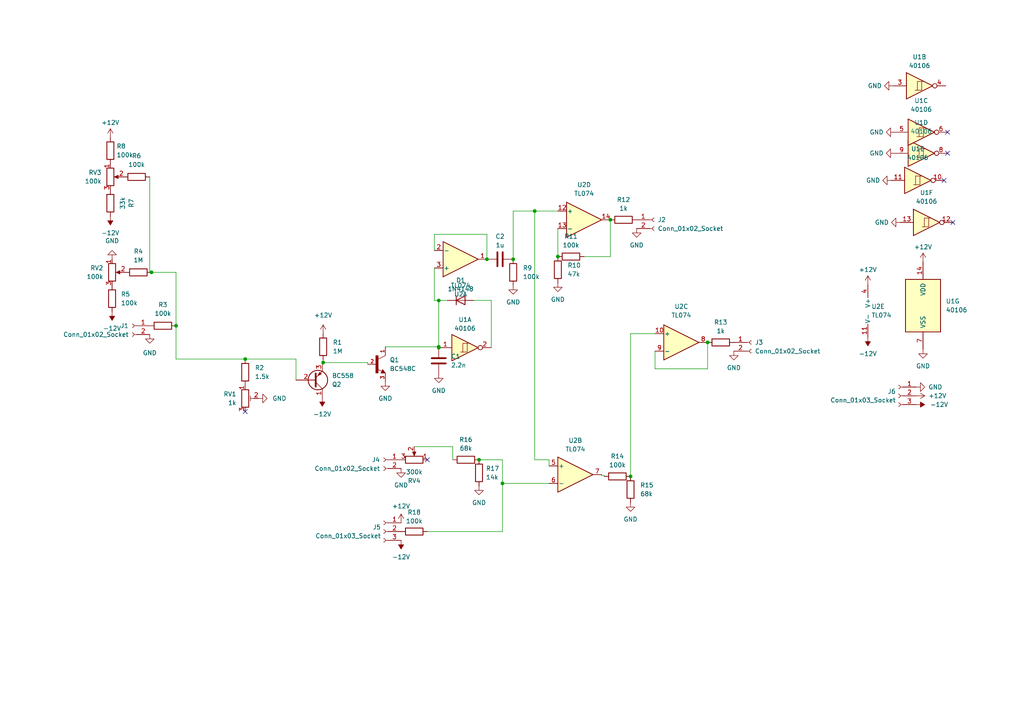
<source format=kicad_sch>
(kicad_sch (version 20230121) (generator eeschema)
  (paper "A4")
  (lib_symbols
    (symbol "4xxx:40106" (pin_names (offset 1.016))
      (property "Reference" "U" (at 0 1.27 0))
      (property "Value" "40106" (at 0 -1.27 0))
      (symbol "40106_1_0"
        (polyline (pts (xy -0.635 -1.27) (xy -0.635 1.27) (xy 0.635 1.27)))
        (polyline (pts (xy -3.81 3.81) (xy -3.81 -3.81) (xy 3.81 0) (xy -3.81 3.81)) (stroke (width 0.254)) (fill (type background)))
        (polyline (pts (xy -1.27 -1.27) (xy 0.635 -1.27) (xy 0.635 1.27) (xy 1.27 1.27)))
        (pin input line (at -7.62 0 0) (length 3.81) (name "~") (number "1"))
        (pin output inverted (at 7.62 0 180) (length 3.81) (name "~") (number "2"))
      )
      (symbol "40106_2_0"
        (polyline (pts (xy -0.635 -1.27) (xy -0.635 1.27) (xy 0.635 1.27)))
        (polyline (pts (xy -3.81 3.81) (xy -3.81 -3.81) (xy 3.81 0) (xy -3.81 3.81)) (stroke (width 0.254)) (fill (type background)))
        (polyline (pts (xy -1.27 -1.27) (xy 0.635 -1.27) (xy 0.635 1.27) (xy 1.27 1.27)))
        (pin input line (at -7.62 0 0) (length 3.81) (name "~") (number "3"))
        (pin output inverted (at 7.62 0 180) (length 3.81) (name "~") (number "4"))
      )
      (symbol "40106_3_0"
        (polyline (pts (xy -0.635 -1.27) (xy -0.635 1.27) (xy 0.635 1.27)))
        (polyline (pts (xy -3.81 3.81) (xy -3.81 -3.81) (xy 3.81 0) (xy -3.81 3.81)) (stroke (width 0.254)) (fill (type background)))
        (polyline (pts (xy -1.27 -1.27) (xy 0.635 -1.27) (xy 0.635 1.27) (xy 1.27 1.27)))
        (pin input line (at -7.62 0 0) (length 3.81) (name "~") (number "5"))
        (pin output inverted (at 7.62 0 180) (length 3.81) (name "~") (number "6"))
      )
      (symbol "40106_4_0"
        (polyline (pts (xy -0.635 -1.27) (xy -0.635 1.27) (xy 0.635 1.27)))
        (polyline (pts (xy -3.81 3.81) (xy -3.81 -3.81) (xy 3.81 0) (xy -3.81 3.81)) (stroke (width 0.254)) (fill (type background)))
        (polyline (pts (xy -1.27 -1.27) (xy 0.635 -1.27) (xy 0.635 1.27) (xy 1.27 1.27)))
        (pin output inverted (at 7.62 0 180) (length 3.81) (name "~") (number "8"))
        (pin input line (at -7.62 0 0) (length 3.81) (name "~") (number "9"))
      )
      (symbol "40106_5_0"
        (polyline (pts (xy -0.635 -1.27) (xy -0.635 1.27) (xy 0.635 1.27)))
        (polyline (pts (xy -3.81 3.81) (xy -3.81 -3.81) (xy 3.81 0) (xy -3.81 3.81)) (stroke (width 0.254)) (fill (type background)))
        (polyline (pts (xy -1.27 -1.27) (xy 0.635 -1.27) (xy 0.635 1.27) (xy 1.27 1.27)))
        (pin output inverted (at 7.62 0 180) (length 3.81) (name "~") (number "10"))
        (pin input line (at -7.62 0 0) (length 3.81) (name "~") (number "11"))
      )
      (symbol "40106_6_0"
        (polyline (pts (xy -0.635 -1.27) (xy -0.635 1.27) (xy 0.635 1.27)))
        (polyline (pts (xy -3.81 3.81) (xy -3.81 -3.81) (xy 3.81 0) (xy -3.81 3.81)) (stroke (width 0.254)) (fill (type background)))
        (polyline (pts (xy -1.27 -1.27) (xy 0.635 -1.27) (xy 0.635 1.27) (xy 1.27 1.27)))
        (pin output inverted (at 7.62 0 180) (length 3.81) (name "~") (number "12"))
        (pin input line (at -7.62 0 0) (length 3.81) (name "~") (number "13"))
      )
      (symbol "40106_7_0"
        (pin power_in line (at 0 12.7 270) (length 5.08) (name "VDD") (number "14"))
        (pin power_in line (at 0 -12.7 90) (length 5.08) (name "VSS") (number "7"))
      )
      (symbol "40106_7_1"
        (rectangle (start -5.08 7.62) (end 5.08 -7.62) (stroke (width 0.254)) (fill (type background)))
      )
    )
    (symbol "Amplifier_Operational:TL074" (pin_names (offset 0.127))
      (property "Reference" "U" (at 0 5.08 0))
      (property "Value" "TL074" (at 0 -5.08 0))
      (symbol "TL074_1_1"
        (polyline (pts (xy -5.08 5.08) (xy 5.08 0) (xy -5.08 -5.08) (xy -5.08 5.08)) (stroke (width 0.254)) (fill (type background)))
        (pin output line (at 7.62 0 180) (length 2.54) (name "~") (number "1"))
        (pin input line (at -7.62 -2.54 0) (length 2.54) (name "-") (number "2"))
        (pin input line (at -7.62 2.54 0) (length 2.54) (name "+") (number "3"))
      )
      (symbol "TL074_2_1"
        (polyline (pts (xy -5.08 5.08) (xy 5.08 0) (xy -5.08 -5.08) (xy -5.08 5.08)) (stroke (width 0.254)) (fill (type background)))
        (pin input line (at -7.62 2.54 0) (length 2.54) (name "+") (number "5"))
        (pin input line (at -7.62 -2.54 0) (length 2.54) (name "-") (number "6"))
        (pin output line (at 7.62 0 180) (length 2.54) (name "~") (number "7"))
      )
      (symbol "TL074_3_1"
        (polyline (pts (xy -5.08 5.08) (xy 5.08 0) (xy -5.08 -5.08) (xy -5.08 5.08)) (stroke (width 0.254)) (fill (type background)))
        (pin input line (at -7.62 2.54 0) (length 2.54) (name "+") (number "10"))
        (pin output line (at 7.62 0 180) (length 2.54) (name "~") (number "8"))
        (pin input line (at -7.62 -2.54 0) (length 2.54) (name "-") (number "9"))
      )
      (symbol "TL074_4_1"
        (polyline (pts (xy -5.08 5.08) (xy 5.08 0) (xy -5.08 -5.08) (xy -5.08 5.08)) (stroke (width 0.254)) (fill (type background)))
        (pin input line (at -7.62 2.54 0) (length 2.54) (name "+") (number "12"))
        (pin input line (at -7.62 -2.54 0) (length 2.54) (name "-") (number "13"))
        (pin output line (at 7.62 0 180) (length 2.54) (name "~") (number "14"))
      )
      (symbol "TL074_5_1"
        (pin power_in line (at -2.54 -7.62 90) (length 3.81) (name "V-") (number "11"))
        (pin power_in line (at -2.54 7.62 270) (length 3.81) (name "V+") (number "4"))
      )
    )
    (symbol "BC548C:BC548C" (pin_names (offset 1.016))
      (property "Reference" "Q" (at -10.16 7.62 0))
      (property "Value" "BC548C" (at -10.16 -7.62 0))
      (symbol "BC548C_0_0"
        (rectangle (start -0.254 -2.54) (end 0.508 2.54) (stroke (width 0.1)) (fill (type outline)))
        (polyline (pts (xy 1.54 -2.04) (xy 0.308 -1.424)) (stroke (width 0.1524)))
        (polyline (pts (xy 2.54 2.54) (xy 0.508 1.524)) (stroke (width 0.1524)))
        (polyline (pts (xy 1.27 -2.54) (xy 1.778 -1.524) (xy 2.54 -2.54) (xy 1.27 -2.54)) (stroke (width 0.1524)) (fill (type outline)))
        (pin passive line (at 2.54 5.08 270) (length 2.54) (name "~") (number "1"))
        (pin passive line (at -2.54 0 0) (length 2.54) (name "~") (number "2"))
        (pin passive line (at 2.54 -5.08 90) (length 2.54) (name "~") (number "3"))
      )
    )
    (symbol "Connector:Conn_01x02_Socket" (pin_names (offset 1.016) hide)
      (property "Reference" "J" (at 0 2.54 0))
      (property "Value" "Conn_01x02_Socket" (at 0 -5.08 0))
      (symbol "Conn_01x02_Socket_1_1"
        (arc (start 0 -2.032) (mid -0.5058 -2.54) (end 0 -3.048) (stroke (width 0.1524)))
        (polyline (pts (xy -1.27 -2.54) (xy -0.508 -2.54)) (stroke (width 0.1524)))
        (polyline (pts (xy -1.27 0) (xy -0.508 0)) (stroke (width 0.1524)))
        (arc (start 0 0.508) (mid -0.5058 0) (end 0 -0.508) (stroke (width 0.1524)))
        (pin passive line (at -5.08 0 0) (length 3.81) (name "Pin_1") (number "1"))
        (pin passive line (at -5.08 -2.54 0) (length 3.81) (name "Pin_2") (number "2"))
      )
    )
    (symbol "Connector:Conn_01x03_Socket" (pin_names (offset 1.016) hide)
      (property "Reference" "J" (at 0 5.08 0))
      (property "Value" "Conn_01x03_Socket" (at 0 -5.08 0))
      (symbol "Conn_01x03_Socket_1_1"
        (arc (start 0 -2.032) (mid -0.5058 -2.54) (end 0 -3.048) (stroke (width 0.1524)))
        (polyline (pts (xy -1.27 -2.54) (xy -0.508 -2.54)) (stroke (width 0.1524)))
        (polyline (pts (xy -1.27 0) (xy -0.508 0)) (stroke (width 0.1524)))
        (polyline (pts (xy -1.27 2.54) (xy -0.508 2.54)) (stroke (width 0.1524)))
        (arc (start 0 0.508) (mid -0.5058 0) (end 0 -0.508) (stroke (width 0.1524)))
        (arc (start 0 3.048) (mid -0.5058 2.54) (end 0 2.032) (stroke (width 0.1524)))
        (pin passive line (at -5.08 2.54 0) (length 3.81) (name "Pin_1") (number "1"))
        (pin passive line (at -5.08 0 0) (length 3.81) (name "Pin_2") (number "2"))
        (pin passive line (at -5.08 -2.54 0) (length 3.81) (name "Pin_3") (number "3"))
      )
    )
    (symbol "Device:C" (pin_numbers hide) (pin_names (offset 0.254))
      (property "Reference" "C" (at 0.635 2.54 0))
      (property "Value" "C" (at 0.635 -2.54 0))
      (symbol "C_0_1"
        (polyline (pts (xy -2.032 -0.762) (xy 2.032 -0.762)) (stroke (width 0.508)))
        (polyline (pts (xy -2.032 0.762) (xy 2.032 0.762)) (stroke (width 0.508)))
      )
      (symbol "C_1_1"
        (pin passive line (at 0 3.81 270) (length 2.794) (name "~") (number "1"))
        (pin passive line (at 0 -3.81 90) (length 2.794) (name "~") (number "2"))
      )
    )
    (symbol "Device:R" (pin_numbers hide) (pin_names (offset 0))
      (property "Reference" "R" (at 2.032 0 90))
      (property "Value" "R" (at 0 0 90))
      (symbol "R_0_1"
        (rectangle (start -1.016 -2.54) (end 1.016 2.54) (stroke (width 0.254)))
      )
      (symbol "R_1_1"
        (pin passive line (at 0 3.81 270) (length 1.27) (name "~") (number "1"))
        (pin passive line (at 0 -3.81 90) (length 1.27) (name "~") (number "2"))
      )
    )
    (symbol "Device:R_Potentiometer" (pin_names (offset 1.016) hide)
      (property "Reference" "RV" (at -4.445 0 90))
      (property "Value" "R_Potentiometer" (at -2.54 0 90))
      (symbol "R_Potentiometer_0_1"
        (polyline (pts (xy 2.54 0) (xy 1.524 0)))
        (polyline (pts (xy 1.143 0) (xy 2.286 0.508) (xy 2.286 -0.508) (xy 1.143 0)) (fill (type outline)))
        (rectangle (start 1.016 2.54) (end -1.016 -2.54) (stroke (width 0.254)))
      )
      (symbol "R_Potentiometer_1_1"
        (pin passive line (at 0 3.81 270) (length 1.27) (name "1") (number "1"))
        (pin passive line (at 3.81 0 180) (length 1.27) (name "2") (number "2"))
        (pin passive line (at 0 -3.81 90) (length 1.27) (name "3") (number "3"))
      )
    )
    (symbol "Device:R_Potentiometer_Trim" (pin_names (offset 1.016) hide)
      (property "Reference" "RV" (at -4.445 0 90))
      (property "Value" "R_Potentiometer_Trim" (at -2.54 0 90))
      (symbol "R_Potentiometer_Trim_0_1"
        (polyline (pts (xy 1.524 0.762) (xy 1.524 -0.762)))
        (polyline (pts (xy 2.54 0) (xy 1.524 0)))
        (rectangle (start 1.016 2.54) (end -1.016 -2.54) (stroke (width 0.254)))
      )
      (symbol "R_Potentiometer_Trim_1_1"
        (pin passive line (at 0 3.81 270) (length 1.27) (name "1") (number "1"))
        (pin passive line (at 3.81 0 180) (length 1.27) (name "2") (number "2"))
        (pin passive line (at 0 -3.81 90) (length 1.27) (name "3") (number "3"))
      )
    )
    (symbol "Diode:1N4148" (pin_numbers hide) (pin_names hide)
      (property "Reference" "D" (at 0 2.54 0))
      (property "Value" "1N4148" (at 0 -2.54 0))
      (symbol "1N4148_0_1"
        (polyline (pts (xy -1.27 1.27) (xy -1.27 -1.27)) (stroke (width 0.254)))
        (polyline (pts (xy 1.27 0) (xy -1.27 0)))
        (polyline (pts (xy 1.27 1.27) (xy 1.27 -1.27) (xy -1.27 0) (xy 1.27 1.27)) (stroke (width 0.254)))
      )
      (symbol "1N4148_1_1"
        (pin passive line (at -3.81 0 0) (length 2.54) (name "K") (number "1"))
        (pin passive line (at 3.81 0 180) (length 2.54) (name "A") (number "2"))
      )
    )
    (symbol "Transistor_BJT:BC558" (pin_names (offset 0) hide)
      (property "Reference" "Q" (at 5.08 1.905 0))
      (property "Value" "BC558" (at 5.08 0 0))
      (symbol "BC558_0_1"
        (polyline (pts (xy 0.635 0.635) (xy 2.54 2.54)))
        (polyline (pts (xy 0.635 -0.635) (xy 2.54 -2.54) (xy 2.54 -2.54)))
        (polyline (pts (xy 0.635 1.905) (xy 0.635 -1.905) (xy 0.635 -1.905)) (stroke (width 0.508)))
        (polyline (pts (xy 2.286 -1.778) (xy 1.778 -2.286) (xy 1.27 -1.27) (xy 2.286 -1.778) (xy 2.286 -1.778)) (fill (type outline)))
        (circle (center 1.27 0) (radius 2.8194) (stroke (width 0.254)))
      )
      (symbol "BC558_1_1"
        (pin passive line (at 2.54 5.08 270) (length 2.54) (name "C") (number "1"))
        (pin input line (at -5.08 0 0) (length 5.715) (name "B") (number "2"))
        (pin passive line (at 2.54 -5.08 90) (length 2.54) (name "E") (number "3"))
      )
    )
    (symbol "power:+12V" (power) (pin_names (offset 0))
      (property "Value" "+12V" (at 0 3.556 0))
      (symbol "+12V_0_1"
        (polyline (pts (xy -0.762 1.27) (xy 0 2.54)))
        (polyline (pts (xy 0 0) (xy 0 2.54)))
        (polyline (pts (xy 0 2.54) (xy 0.762 1.27)))
      )
      (symbol "+12V_1_1"
        (pin power_in line (at 0 0 90) (length 0) hide (name "+12V") (number "1"))
      )
    )
    (symbol "power:-12V" (power) (pin_names (offset 0))
      (property "Value" "-12V" (at 0 3.81 0))
      (symbol "-12V_0_0"
        (pin power_in line (at 0 0 90) (length 0) hide (name "-12V") (number "1"))
      )
      (symbol "-12V_0_1"
        (polyline (pts (xy 0 0) (xy 0 1.27) (xy 0.762 1.27) (xy 0 2.54) (xy -0.762 1.27) (xy 0 1.27)) (fill (type outline)))
      )
    )
    (symbol "power:GND" (power) (pin_names (offset 0))
      (property "Value" "GND" (at 0 -3.81 0))
      (symbol "GND_0_1"
        (polyline (pts (xy 0 0) (xy 0 -1.27) (xy 1.27 -1.27) (xy 0 -2.54) (xy -1.27 -1.27) (xy 0 -1.27)))
      )
      (symbol "GND_1_1"
        (pin power_in line (at 0 0 270) (length 0) hide (name "GND") (number "1"))
      )
    )
  )
  (junction (at 161.798 74.422))
  (junction (at 145.7367 140.208))
  (junction (at 155.0825 61.214))
  (junction (at 71.12 104.14))
  (junction (at 141.224 75.184))
  (junction (at 43.942 78.994))
  (junction (at 127.254 87.1551))
  (junction (at 127.254 100.584))
  (junction (at 93.726 105.156))
  (junction (at 148.844 75.184))
  (junction (at 205.232 99.314))
  (junction (at 127.254 100.838))
  (junction (at 177.038 63.754))
  (junction (at 138.938 133.35))
  (junction (at 51.054 94.488))
  (junction (at 182.88 138.176))
  (no_connect (at 123.952 133.35))
  (no_connect (at 274.828 38.354))
  (no_connect (at 71.12 119.38))
  (no_connect (at 274.828 44.45))
  (no_connect (at 276.352 64.516))
  (no_connect (at 273.812 52.324))
  (wire (pts (xy 123.952 154.178) (xy 145.7367 154.178)))
  (wire (pts (xy 125.984 77.724) (xy 125.984 87.1551)))
  (wire (pts (xy 189.992 106.9694) (xy 205.232 106.9694)))
  (wire (pts (xy 177.038 74.422) (xy 177.038 63.754)))
  (wire (pts (xy 120.142 129.54) (xy 131.318 129.54)))
  (wire (pts (xy 43.942 78.994) (xy 51.054 78.994)))
  (wire (pts (xy 182.88 96.774) (xy 182.88 138.176)))
  (wire (pts (xy 174.498 137.668) (xy 174.498 137.922)))
  (wire (pts (xy 125.984 87.1551) (xy 127.254 87.1551)))
  (wire (pts (xy 127.254 100.584) (xy 127.254 100.838)))
  (wire (pts (xy 182.88 96.774) (xy 189.992 96.774)))
  (wire (pts (xy 93.726 105.156) (xy 106.68 105.156)))
  (wire (pts (xy 51.054 94.488) (xy 51.054 104.14)))
  (wire (pts (xy 159.258 133.35) (xy 159.258 135.128)))
  (wire (pts (xy 127.254 87.1551) (xy 127.254 100.584)))
  (wire (pts (xy 43.434 51.308) (xy 43.434 78.994)))
  (wire (pts (xy 93.726 104.394) (xy 93.726 105.156)))
  (wire (pts (xy 43.434 78.994) (xy 43.942 78.994)))
  (wire (pts (xy 51.054 78.994) (xy 51.054 94.488)))
  (wire (pts (xy 161.798 66.294) (xy 161.798 74.422)))
  (wire (pts (xy 71.12 104.14) (xy 85.852 104.14)))
  (wire (pts (xy 155.0825 133.35) (xy 159.258 133.35)))
  (wire (pts (xy 141.224 75.184) (xy 141.224 67.9654)))
  (wire (pts (xy 159.258 140.208) (xy 145.7367 140.208)))
  (wire (pts (xy 155.0825 61.214) (xy 155.0825 133.35)))
  (wire (pts (xy 138.938 133.35) (xy 145.7367 133.35)))
  (wire (pts (xy 131.318 129.54) (xy 131.318 133.35)))
  (wire (pts (xy 169.418 74.422) (xy 177.038 74.422)))
  (wire (pts (xy 174.498 137.922) (xy 175.26 137.922)))
  (wire (pts (xy 161.798 61.214) (xy 155.0825 61.214)))
  (wire (pts (xy 189.992 101.854) (xy 189.992 106.9694)))
  (wire (pts (xy 141.224 67.9654) (xy 125.984 67.9654)))
  (wire (pts (xy 129.794 87.122) (xy 129.794 87.1551)))
  (wire (pts (xy 142.494 100.838) (xy 142.494 87.122)))
  (wire (pts (xy 85.852 104.14) (xy 85.852 110.236)))
  (wire (pts (xy 111.76 100.584) (xy 127.254 100.584)))
  (wire (pts (xy 155.0825 61.214) (xy 148.844 61.214)))
  (wire (pts (xy 145.7367 140.208) (xy 145.7367 154.178)))
  (wire (pts (xy 51.054 104.14) (xy 71.12 104.14)))
  (wire (pts (xy 93.472 105.156) (xy 93.726 105.156)))
  (wire (pts (xy 145.7367 133.35) (xy 145.7367 140.208)))
  (wire (pts (xy 148.844 61.214) (xy 148.844 75.184)))
  (wire (pts (xy 205.232 106.9694) (xy 205.232 99.314)))
  (wire (pts (xy 129.794 87.1551) (xy 127.254 87.1551)))
  (wire (pts (xy 175.26 137.922) (xy 175.26 138.176)))
  (wire (pts (xy 106.68 105.156) (xy 106.68 105.664)))
  (wire (pts (xy 125.984 67.9654) (xy 125.984 72.644)))
  (wire (pts (xy 142.494 87.122) (xy 137.414 87.122)))
  (symbol (lib_id "power:GND") (at 265.684 112.268 90) (unit 1)
    (property "Reference" "#PWR029" (effects hide))
    (property "Value" "GND" (at 269.24 112.268 90) (effects (justify right)))
  )
  (symbol (lib_id "power:-12V") (at 265.684 117.348 270) (unit 1)
    (property "Reference" "#PWR031" (effects hide))
    (property "Value" "-12V" (at 269.748 117.348 90) (effects (justify left)))
  )
  (symbol (lib_id "Device:R") (at 47.244 94.488 90) (unit 1)
    (property "Reference" "R3" (at 47.244 88.392 90))
    (property "Value" "100k" (at 47.244 90.932 90))
    (property "Footprint" "Resistor_THT:R_Axial_DIN0207_L6.3mm_D2.5mm_P10.16mm_Horizontal" (effects hide))
  )
  (symbol (lib_id "power:GND") (at 182.88 145.796 0) (unit 1)
    (property "Reference" "#PWR024" (effects hide))
    (property "Value" "GND" (at 182.88 150.622 0))
  )
  (symbol (lib_id "Device:C") (at 145.034 75.184 90) (unit 1)
    (property "Reference" "C2" (at 145.034 68.58 90))
    (property "Value" "1u" (at 145.034 71.12 90))
    (property "Footprint" "Capacitor_THT:C_Disc_D7.5mm_W5.0mm_P7.50mm" (effects hide))
  )
  (symbol (lib_id "Device:R_Potentiometer_Trim") (at 71.12 115.57 0) (unit 1)
    (property "Reference" "RV1" (at 68.58 114.3 0) (effects (justify right)))
    (property "Value" "1k" (at 68.58 116.84 0) (effects (justify right)))
    (property "Footprint" "Potentiometer_THT:Potentiometer_Vishay_T73XW_Horizontal" (effects hide))
  )
  (symbol (lib_id "Amplifier_Operational:TL074") (at 197.612 99.314 0) (unit 3)
    (property "Reference" "U2" (at 197.612 88.9 0))
    (property "Value" "TL074" (at 197.612 91.44 0))
    (property "Footprint" "Package_DIP:DIP-14_W7.62mm" (effects hide))
    (property "Datasheet" "http://www.ti.com/lit/ds/symlink/tl071.pdf" (effects hide))
  )
  (symbol (lib_id "Device:R_Potentiometer") (at 32.004 51.308 0) (unit 1)
    (property "Reference" "RV3" (at 29.464 50.038 0) (effects (justify right)))
    (property "Value" "100k" (at 29.464 52.578 0) (effects (justify right)))
    (property "Footprint" "Potentiometer_THT:Potentiometer_Runtron_RM-065_Vertical" (effects hide))
  )
  (symbol (lib_id "power:+12V") (at 93.726 96.774 0) (unit 1)
    (property "Reference" "#PWR012" (effects hide))
    (property "Value" "+12V" (at 93.726 91.44 0))
  )
  (symbol (lib_id "Device:R") (at 180.848 63.754 90) (unit 1)
    (property "Reference" "R12" (at 180.848 57.912 90))
    (property "Value" "1k" (at 180.848 60.452 90))
    (property "Footprint" "Resistor_THT:R_Axial_DIN0207_L6.3mm_D2.5mm_P10.16mm_Horizontal" (effects hide))
  )
  (symbol (lib_id "4xxx:40106") (at 267.716 88.646 0) (unit 7)
    (property "Reference" "U1" (at 274.32 87.376 0) (effects (justify left)))
    (property "Value" "40106" (at 274.32 89.916 0) (effects (justify left)))
    (property "Footprint" "Package_DIP:DIP-14_W7.62mm" (effects hide))
    (property "Datasheet" "https://assets.nexperia.com/documents/data-sheet/HEF40106B.pdf" (effects hide))
  )
  (symbol (lib_id "Device:R") (at 165.608 74.422 90) (unit 1)
    (property "Reference" "R11" (at 165.608 68.58 90))
    (property "Value" "100k" (at 165.608 71.12 90))
    (property "Footprint" "Resistor_THT:R_Axial_DIN0207_L6.3mm_D2.5mm_P10.16mm_Horizontal" (effects hide))
  )
  (symbol (lib_id "Diode:1N4148") (at 133.604 87.122 0) (unit 1)
    (property "Reference" "D1" (at 133.604 81.28 0))
    (property "Value" "1N4148" (at 133.604 83.82 0))
    (property "Footprint" "Diode_THT:D_DO-35_SOD27_P7.62mm_Horizontal" (effects hide))
    (property "Datasheet" "https://assets.nexperia.com/documents/data-sheet/1N4148_1N4448.pdf" (effects hide))
    (property "Sim.Device" "D" (effects hide))
    (property "Sim.Pins" "1=K 2=A" (effects hide))
  )
  (symbol (lib_id "Device:R") (at 93.726 100.584 0) (unit 1)
    (property "Reference" "R1" (at 96.52 99.314 0) (effects (justify left)))
    (property "Value" "1M" (at 96.52 101.854 0) (effects (justify left)))
    (property "Footprint" "Resistor_THT:R_Axial_DIN0207_L6.3mm_D2.5mm_P10.16mm_Horizontal" (effects hide))
  )
  (symbol (lib_id "power:-12V") (at 93.472 115.316 180) (unit 1)
    (property "Reference" "#PWR013" (effects hide))
    (property "Value" "-12V" (at 93.472 120.142 0))
  )
  (symbol (lib_id "power:GND") (at 161.798 82.042 0) (unit 1)
    (property "Reference" "#PWR021" (effects hide))
    (property "Value" "GND" (at 161.798 86.868 0))
  )
  (symbol (lib_id "power:+12V") (at 116.332 151.638 0) (unit 1)
    (property "Reference" "#PWR028" (effects hide))
    (property "Value" "+12V" (at 116.332 146.812 0))
  )
  (symbol (lib_id "power:-12V") (at 32.512 90.424 180) (unit 1)
    (property "Reference" "#PWR017" (effects hide))
    (property "Value" "-12V" (at 32.512 95.25 0))
  )
  (symbol (lib_id "Device:R") (at 182.88 141.986 0) (unit 1)
    (property "Reference" "R15" (at 185.674 140.716 0) (effects (justify left)))
    (property "Value" "68k" (at 185.674 143.256 0) (effects (justify left)))
    (property "Footprint" "Resistor_THT:R_Axial_DIN0207_L6.3mm_D2.5mm_P10.16mm_Horizontal" (effects hide))
  )
  (symbol (lib_id "power:+12V") (at 267.716 75.946 0) (unit 1)
    (property "Reference" "#PWR04" (effects hide))
    (property "Value" "+12V" (at 267.716 71.628 0))
  )
  (symbol (lib_id "power:GND") (at 43.434 97.028 0) (unit 1)
    (property "Reference" "#PWR018" (effects hide))
    (property "Value" "GND" (at 43.434 102.362 0))
  )
  (symbol (lib_id "power:-12V") (at 116.332 156.718 180) (unit 1)
    (property "Reference" "#PWR027" (effects hide))
    (property "Value" "-12V" (at 116.332 161.544 0))
  )
  (symbol (lib_id "power:GND") (at 127.254 108.458 0) (unit 1)
    (property "Reference" "#PWR010" (effects hide))
    (property "Value" "GND" (at 127.254 113.284 0))
  )
  (symbol (lib_id "power:GND") (at 261.112 64.516 270) (unit 1)
    (property "Reference" "#PWR09" (effects hide))
    (property "Value" "GND" (at 257.81 64.516 90) (effects (justify right)))
  )
  (symbol (lib_id "Device:R") (at 179.07 138.176 90) (unit 1)
    (property "Reference" "R14" (at 179.07 132.334 90))
    (property "Value" "100k" (at 179.07 134.874 90))
    (property "Footprint" "Resistor_THT:R_Axial_DIN0207_L6.3mm_D2.5mm_P10.16mm_Horizontal" (effects hide))
  )
  (symbol (lib_id "4xxx:40106") (at 267.208 38.354 0) (unit 3)
    (property "Reference" "U1" (at 267.208 29.21 0))
    (property "Value" "40106" (at 267.208 31.75 0))
    (property "Footprint" "Package_DIP:DIP-14_W7.62mm" (effects hide))
    (property "Datasheet" "https://assets.nexperia.com/documents/data-sheet/HEF40106B.pdf" (effects hide))
  )
  (symbol (lib_id "power:GND") (at 111.76 110.744 0) (unit 1)
    (property "Reference" "#PWR011" (effects hide))
    (property "Value" "GND" (at 111.76 115.57 0))
  )
  (symbol (lib_id "power:-12V") (at 32.004 62.738 180) (unit 1)
    (property "Reference" "#PWR015" (effects hide))
    (property "Value" "-12V" (at 32.004 67.564 0))
  )
  (symbol (lib_id "power:GND") (at 259.588 38.354 270) (unit 1)
    (property "Reference" "#PWR06" (effects hide))
    (property "Value" "GND" (at 256.286 38.354 90) (effects (justify right)))
  )
  (symbol (lib_id "4xxx:40106") (at 267.208 44.45 0) (unit 4)
    (property "Reference" "U1" (at 267.208 35.56 0))
    (property "Value" "40106" (at 267.208 38.1 0))
    (property "Footprint" "Package_DIP:DIP-14_W7.62mm" (effects hide))
    (property "Datasheet" "https://assets.nexperia.com/documents/data-sheet/HEF40106B.pdf" (effects hide))
  )
  (symbol (lib_id "Connector:Conn_01x02_Socket") (at 38.354 94.488 0) (mirror y) (unit 1)
    (property "Reference" "J1" (at 37.338 94.488 0) (effects (justify left)))
    (property "Value" "Conn_01x02_Socket" (at 37.338 97.028 0) (effects (justify left)))
    (property "Footprint" "Connector_PinSocket_2.54mm:PinSocket_1x02_P2.54mm_Vertical" (effects hide))
  )
  (symbol (lib_id "power:+12V") (at 32.004 39.878 0) (unit 1)
    (property "Reference" "#PWR014" (effects hide))
    (property "Value" "+12V" (at 32.004 35.56 0))
  )
  (symbol (lib_id "Device:R") (at 71.12 107.95 0) (unit 1)
    (property "Reference" "R2" (at 73.914 106.68 0) (effects (justify left)))
    (property "Value" "1.5k" (at 73.914 109.22 0) (effects (justify left)))
    (property "Footprint" "Resistor_THT:R_Axial_DIN0207_L6.3mm_D2.5mm_P10.16mm_Horizontal" (effects hide))
  )
  (symbol (lib_id "Device:R") (at 39.624 51.308 90) (unit 1)
    (property "Reference" "R6" (at 39.624 45.212 90))
    (property "Value" "100k" (at 39.624 47.752 90))
    (property "Footprint" "Resistor_THT:R_Axial_DIN0207_L6.3mm_D2.5mm_P10.16mm_Horizontal" (effects hide))
  )
  (symbol (lib_id "power:GND") (at 32.512 75.184 180) (unit 1)
    (property "Reference" "#PWR016" (effects hide))
    (property "Value" "GND" (at 32.512 69.85 0))
  )
  (symbol (lib_id "4xxx:40106") (at 268.732 64.516 0) (unit 6)
    (property "Reference" "U1" (at 268.732 55.88 0))
    (property "Value" "40106" (at 268.732 58.42 0))
    (property "Footprint" "Package_DIP:DIP-14_W7.62mm" (effects hide))
    (property "Datasheet" "https://assets.nexperia.com/documents/data-sheet/HEF40106B.pdf" (effects hide))
  )
  (symbol (lib_id "Connector:Conn_01x03_Socket") (at 111.252 154.178 0) (mirror y) (unit 1)
    (property "Reference" "J5" (at 110.49 152.908 0) (effects (justify left)))
    (property "Value" "Conn_01x03_Socket" (at 110.49 155.448 0) (effects (justify left)))
    (property "Footprint" "Connector_PinSocket_2.54mm:PinSocket_1x03_P2.54mm_Vertical" (effects hide))
  )
  (symbol (lib_id "power:-12V") (at 251.714 97.79 180) (unit 1)
    (property "Reference" "#PWR02" (effects hide))
    (property "Value" "-12V" (at 251.714 102.616 0))
  )
  (symbol (lib_id "Device:R_Potentiometer") (at 120.142 133.35 270) (mirror x) (unit 1)
    (property "Reference" "RV4" (at 120.142 139.446 90))
    (property "Value" "300k" (at 120.142 136.906 90))
    (property "Footprint" "Potentiometer_THT:Potentiometer_Runtron_RM-065_Vertical" (effects hide))
  )
  (symbol (lib_id "Device:R") (at 161.798 78.232 0) (unit 1)
    (property "Reference" "R10" (at 164.592 76.962 0) (effects (justify left)))
    (property "Value" "47k" (at 164.592 79.502 0) (effects (justify left)))
    (property "Footprint" "Resistor_THT:R_Axial_DIN0207_L6.3mm_D2.5mm_P10.16mm_Horizontal" (effects hide))
  )
  (symbol (lib_id "power:+12V") (at 251.714 82.55 0) (unit 1)
    (property "Reference" "#PWR01" (effects hide))
    (property "Value" "+12V" (at 251.714 78.232 0))
  )
  (symbol (lib_id "Device:R") (at 120.142 154.178 90) (unit 1)
    (property "Reference" "R18" (at 120.142 148.59 90))
    (property "Value" "100k" (at 120.142 151.13 90))
    (property "Footprint" "Resistor_THT:R_Axial_DIN0207_L6.3mm_D2.5mm_P10.16mm_Horizontal" (effects hide))
  )
  (symbol (lib_id "power:+12V") (at 265.684 114.808 270) (unit 1)
    (property "Reference" "#PWR030" (effects hide))
    (property "Value" "+12V" (at 269.24 114.808 90) (effects (justify left)))
  )
  (symbol (lib_id "Device:R") (at 138.938 137.16 180) (unit 1)
    (property "Reference" "R17" (at 140.9121 135.89 0) (effects (justify right)))
    (property "Value" "14k" (at 140.9121 138.43 0) (effects (justify right)))
    (property "Footprint" "Resistor_THT:R_Axial_DIN0207_L6.3mm_D2.5mm_P10.16mm_Horizontal" (effects hide))
  )
  (symbol (lib_id "Amplifier_Operational:TL074") (at 169.418 63.754 0) (unit 4)
    (property "Reference" "U2" (at 169.418 53.594 0))
    (property "Value" "TL074" (at 169.418 56.134 0))
    (property "Footprint" "Package_DIP:DIP-14_W7.62mm" (effects hide))
    (property "Datasheet" "http://www.ti.com/lit/ds/symlink/tl071.pdf" (effects hide))
  )
  (symbol (lib_id "Device:R") (at 135.128 133.35 90) (unit 1)
    (property "Reference" "R16" (at 135.128 127.508 90))
    (property "Value" "68k" (at 135.128 130.048 90))
    (property "Footprint" "Resistor_THT:R_Axial_DIN0207_L6.3mm_D2.5mm_P10.16mm_Horizontal" (effects hide))
  )
  (symbol (lib_id "Device:C") (at 127.254 104.648 0) (unit 1)
    (property "Reference" "C1" (at 130.81 103.378 0) (effects (justify left)))
    (property "Value" "2.2n" (at 130.81 105.918 0) (effects (justify left)))
    (property "Footprint" "Capacitor_THT:C_Disc_D7.5mm_W5.0mm_P7.50mm" (effects hide))
  )
  (symbol (lib_id "power:GND") (at 148.844 82.804 0) (unit 1)
    (property "Reference" "#PWR020" (effects hide))
    (property "Value" "GND" (at 148.844 87.63 0))
  )
  (symbol (lib_id "Device:R") (at 32.512 86.614 0) (unit 1)
    (property "Reference" "R5" (at 35.052 85.344 0) (effects (justify left)))
    (property "Value" "100k" (at 35.052 87.884 0) (effects (justify left)))
    (property "Footprint" "Resistor_THT:R_Axial_DIN0207_L6.3mm_D2.5mm_P10.16mm_Horizontal" (effects hide))
  )
  (symbol (lib_id "Connector:Conn_01x02_Socket") (at 111.252 133.35 0) (mirror y) (unit 1)
    (property "Reference" "J4" (at 110.236 133.35 0) (effects (justify left)))
    (property "Value" "Conn_01x02_Socket" (at 110.236 135.89 0) (effects (justify left)))
    (property "Footprint" "Connector_PinSocket_2.54mm:PinSocket_1x02_P2.54mm_Vertical" (effects hide))
  )
  (symbol (lib_id "power:GND") (at 184.658 66.294 0) (unit 1)
    (property "Reference" "#PWR022" (effects hide))
    (property "Value" "GND" (at 184.658 71.12 0))
  )
  (symbol (lib_id "Device:R") (at 40.132 78.994 90) (unit 1)
    (property "Reference" "R4" (at 40.132 72.898 90))
    (property "Value" "1M" (at 40.132 75.438 90))
    (property "Footprint" "Resistor_THT:R_Axial_DIN0207_L6.3mm_D2.5mm_P10.16mm_Horizontal" (effects hide))
  )
  (symbol (lib_id "Connector:Conn_01x03_Socket") (at 260.604 114.808 0) (mirror y) (unit 1)
    (property "Reference" "J6" (at 259.842 113.538 0) (effects (justify left)))
    (property "Value" "Conn_01x03_Socket" (at 259.842 116.078 0) (effects (justify left)))
    (property "Footprint" "Connector_PinSocket_2.54mm:PinSocket_1x03_P2.54mm_Vertical" (effects hide))
  )
  (symbol (lib_id "Amplifier_Operational:TL074") (at 254.254 90.17 0) (unit 5)
    (property "Reference" "U2" (at 252.73 88.9 0) (effects (justify left)))
    (property "Value" "TL074" (at 252.73 91.44 0) (effects (justify left)))
    (property "Footprint" "Package_DIP:DIP-14_W7.62mm" (effects hide))
    (property "Datasheet" "http://www.ti.com/lit/ds/symlink/tl071.pdf" (effects hide))
  )
  (symbol (lib_id "power:GND") (at 116.332 135.89 0) (unit 1)
    (property "Reference" "#PWR025" (effects hide))
    (property "Value" "GND" (at 116.332 140.716 0))
  )
  (symbol (lib_id "Amplifier_Operational:TL074") (at 133.604 75.184 0) (mirror x) (unit 1)
    (property "Reference" "U2" (at 133.604 85.344 0))
    (property "Value" "TL074" (at 133.604 82.804 0))
    (property "Footprint" "Package_DIP:DIP-14_W7.62mm" (effects hide))
    (property "Datasheet" "http://www.ti.com/lit/ds/symlink/tl071.pdf" (effects hide))
  )
  (symbol (lib_id "power:GND") (at 258.572 52.324 270) (unit 1)
    (property "Reference" "#PWR08" (effects hide))
    (property "Value" "GND" (at 255.27 52.324 90) (effects (justify right)))
  )
  (symbol (lib_id "Device:R") (at 32.004 58.928 0) (unit 1)
    (property "Reference" "R7" (at 38.1 58.928 90))
    (property "Value" "33k" (at 35.56 58.928 90))
    (property "Footprint" "Resistor_THT:R_Axial_DIN0207_L6.3mm_D2.5mm_P10.16mm_Horizontal" (effects hide))
  )
  (symbol (lib_id "4xxx:40106") (at 266.7 24.892 0) (unit 2)
    (property "Reference" "U1" (at 266.7 16.51 0))
    (property "Value" "40106" (at 266.7 19.05 0))
    (property "Footprint" "Package_DIP:DIP-14_W7.62mm" (effects hide))
    (property "Datasheet" "https://assets.nexperia.com/documents/data-sheet/HEF40106B.pdf" (effects hide))
  )
  (symbol (lib_id "power:GND") (at 267.716 101.346 0) (unit 1)
    (property "Reference" "#PWR03" (effects hide))
    (property "Value" "GND" (at 267.716 106.172 0))
  )
  (symbol (lib_id "Connector:Conn_01x02_Socket") (at 217.932 99.314 0) (unit 1)
    (property "Reference" "J3" (at 218.948 99.314 0) (effects (justify left)))
    (property "Value" "Conn_01x02_Socket" (at 218.948 101.854 0) (effects (justify left)))
    (property "Footprint" "Connector_PinSocket_2.54mm:PinSocket_1x02_P2.54mm_Vertical" (effects hide))
  )
  (symbol (lib_id "BC548C:BC548C") (at 109.22 105.664 0) (unit 1)
    (property "Reference" "Q1" (at 113.03 104.394 0) (effects (justify left)))
    (property "Value" "BC548C" (at 113.03 106.934 0) (effects (justify left)))
    (property "Footprint" "BC548C:TO92250P510H770-3" (effects hide))
    (property "MF" "ON" (effects hide))
    (property "Purchase-URL" "https://www.snapeda.com/api/url_track_click_mouser/?unipart_id=455158&manufacturer=ON&part_name=BC548C&search_term=None" (effects hide))
    (property "Package" "E-PKG AXIAL-LEADED-2 ON Semiconductor" (effects hide))
    (property "Price" "None" (effects hide))
    (property "Check_prices" "https://www.snapeda.com/parts/BC548C/Onsemi/view-part/?ref=eda" (effects hide))
    (property "SnapEDA_Link" "https://www.snapeda.com/parts/BC548C/Onsemi/view-part/?ref=snap" (effects hide))
    (property "MP" "BC548C" (effects hide))
    (property "Availability" "In Stock" (effects hide))
    (property "Description" "\nBipolar (BJT) Transistor NPN 30 V 100 mA 300MHz 625 mW Through Hole TO-92 (TO-226)\n" (effects hide))
  )
  (symbol (lib_id "Device:R") (at 209.042 99.314 90) (unit 1)
    (property "Reference" "R13" (at 209.042 93.472 90))
    (property "Value" "1k" (at 209.042 96.012 90))
    (property "Footprint" "Resistor_THT:R_Axial_DIN0207_L6.3mm_D2.5mm_P10.16mm_Horizontal" (effects hide))
  )
  (symbol (lib_id "Device:R_Potentiometer") (at 32.512 78.994 0) (unit 1)
    (property "Reference" "RV2" (at 29.972 77.724 0) (effects (justify right)))
    (property "Value" "100k" (at 29.972 80.264 0) (effects (justify right)))
    (property "Footprint" "Potentiometer_THT:Potentiometer_Runtron_RM-065_Vertical" (effects hide))
  )
  (symbol (lib_id "power:GND") (at 138.938 140.97 0) (unit 1)
    (property "Reference" "#PWR026" (effects hide))
    (property "Value" "GND" (at 138.938 145.796 0))
  )
  (symbol (lib_id "Device:R") (at 148.844 78.994 0) (unit 1)
    (property "Reference" "R9" (at 151.638 77.724 0) (effects (justify left)))
    (property "Value" "100k" (at 151.638 80.264 0) (effects (justify left)))
    (property "Footprint" "Resistor_THT:R_Axial_DIN0207_L6.3mm_D2.5mm_P10.16mm_Horizontal" (effects hide))
  )
  (symbol (lib_id "power:GND") (at 259.588 44.45 270) (unit 1)
    (property "Reference" "#PWR07" (effects hide))
    (property "Value" "GND" (at 256.286 44.45 90) (effects (justify right)))
  )
  (symbol (lib_id "Transistor_BJT:BC558") (at 90.932 110.236 0) (mirror x) (unit 1)
    (property "Reference" "Q2" (at 96.266 111.506 0) (effects (justify left)))
    (property "Value" "BC558" (at 96.266 108.966 0) (effects (justify left)))
    (property "Footprint" "Package_TO_SOT_THT:TO-92_Inline_Wide" (effects hide))
    (property "Datasheet" "https://www.onsemi.com/pub/Collateral/BC556BTA-D.pdf" (effects hide))
  )
  (symbol (lib_id "power:GND") (at 259.08 24.892 270) (unit 1)
    (property "Reference" "#PWR05" (effects hide))
    (property "Value" "GND" (at 255.778 24.892 90) (effects (justify right)))
  )
  (symbol (lib_id "Device:R") (at 32.004 43.688 0) (unit 1)
    (property "Reference" "R8" (at 33.782 42.418 0) (effects (justify left)))
    (property "Value" "100k" (at 33.782 44.958 0) (effects (justify left)))
    (property "Footprint" "Resistor_THT:R_Axial_DIN0207_L6.3mm_D2.5mm_P10.16mm_Horizontal" (effects hide))
  )
  (symbol (lib_id "power:GND") (at 212.852 101.854 0) (unit 1)
    (property "Reference" "#PWR023" (effects hide))
    (property "Value" "GND" (at 212.852 106.68 0))
  )
  (symbol (lib_id "Amplifier_Operational:TL074") (at 166.878 137.668 0) (unit 2)
    (property "Reference" "U2" (at 166.878 127.762 0))
    (property "Value" "TL074" (at 166.878 130.302 0))
    (property "Footprint" "Package_DIP:DIP-14_W7.62mm" (effects hide))
    (property "Datasheet" "http://www.ti.com/lit/ds/symlink/tl071.pdf" (effects hide))
  )
  (symbol (lib_id "4xxx:40106") (at 266.192 52.324 0) (unit 5)
    (property "Reference" "U1" (at 266.192 43.18 0))
    (property "Value" "40106" (at 266.192 45.72 0))
    (property "Footprint" "Package_DIP:DIP-14_W7.62mm" (effects hide))
    (property "Datasheet" "https://assets.nexperia.com/documents/data-sheet/HEF40106B.pdf" (effects hide))
  )
  (symbol (lib_id "power:GND") (at 74.93 115.57 90) (unit 1)
    (property "Reference" "#PWR019" (effects hide))
    (property "Value" "GND" (at 78.994 115.57 90) (effects (justify right)))
  )
  (symbol (lib_id "Connector:Conn_01x02_Socket") (at 189.738 63.754 0) (unit 1)
    (property "Reference" "J2" (at 190.754 63.754 0) (effects (justify left)))
    (property "Value" "Conn_01x02_Socket" (at 190.754 66.294 0) (effects (justify left)))
    (property "Footprint" "Connector_PinSocket_2.54mm:PinSocket_1x02_P2.54mm_Vertical" (effects hide))
  )
  (symbol (lib_id "4xxx:40106") (at 134.874 100.838 0) (unit 1)
    (property "Reference" "U1" (at 134.874 92.71 0))
    (property "Value" "40106" (at 134.874 95.25 0))
    (property "Footprint" "Package_DIP:DIP-14_W7.62mm" (effects hide))
    (property "Datasheet" "https://assets.nexperia.com/documents/data-sheet/HEF40106B.pdf" (effects hide))
  )
)
</source>
